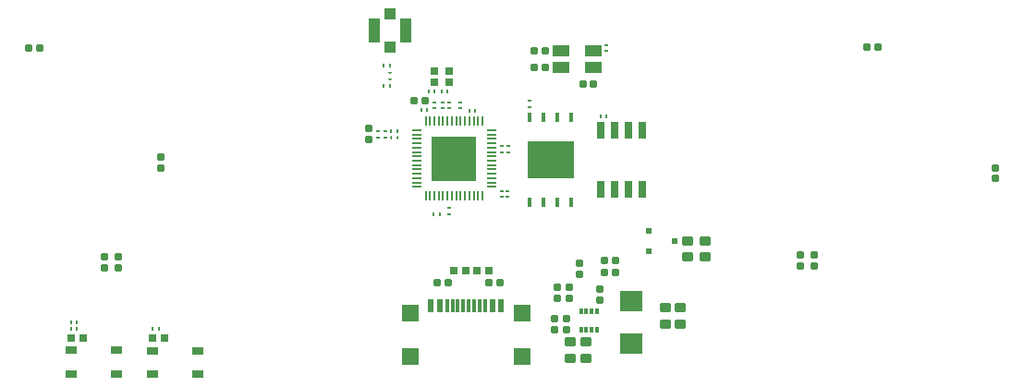
<source format=gbr>
%TF.GenerationSoftware,Altium Limited,Altium Designer,25.3.3 (18)*%
G04 Layer_Color=8421504*
%FSLAX45Y45*%
%MOMM*%
%TF.SameCoordinates,94F19C35-717A-4B45-A619-7893C40BEDFD*%
%TF.FilePolarity,Positive*%
%TF.FileFunction,Paste,Top*%
%TF.Part,Single*%
G01*
G75*
%TA.AperFunction,SMDPad,CuDef*%
%ADD11R,1.05000X2.20000*%
%ADD12R,1.00000X1.00000*%
G04:AMPARAMS|DCode=13|XSize=0.6mm|YSize=0.7mm|CornerRadius=0.075mm|HoleSize=0mm|Usage=FLASHONLY|Rotation=270.000|XOffset=0mm|YOffset=0mm|HoleType=Round|Shape=RoundedRectangle|*
%AMROUNDEDRECTD13*
21,1,0.60000,0.55000,0,0,270.0*
21,1,0.45000,0.70000,0,0,270.0*
1,1,0.15000,-0.27500,-0.22500*
1,1,0.15000,-0.27500,0.22500*
1,1,0.15000,0.27500,0.22500*
1,1,0.15000,0.27500,-0.22500*
%
%ADD13ROUNDEDRECTD13*%
%ADD14R,0.45000X0.95000*%
%ADD15R,4.35000X3.45000*%
%ADD16R,0.65000X1.50000*%
%ADD17R,1.50000X1.10000*%
%TA.AperFunction,TestPad*%
G04:AMPARAMS|DCode=18|XSize=0.75mm|YSize=0.7mm|CornerRadius=0.035mm|HoleSize=0mm|Usage=FLASHONLY|Rotation=180.000|XOffset=0mm|YOffset=0mm|HoleType=Round|Shape=RoundedRectangle|*
%AMROUNDEDRECTD18*
21,1,0.75000,0.63000,0,0,180.0*
21,1,0.68000,0.70000,0,0,180.0*
1,1,0.07000,-0.34000,0.31500*
1,1,0.07000,0.34000,0.31500*
1,1,0.07000,0.34000,-0.31500*
1,1,0.07000,-0.34000,-0.31500*
%
%ADD18ROUNDEDRECTD18*%
%TA.AperFunction,SMDPad,CuDef*%
%ADD19R,0.85000X0.20000*%
%ADD20R,0.20000X0.85000*%
%ADD21R,4.05000X4.05000*%
G04:AMPARAMS|DCode=22|XSize=0.25mm|YSize=0.35mm|CornerRadius=0.03125mm|HoleSize=0mm|Usage=FLASHONLY|Rotation=90.000|XOffset=0mm|YOffset=0mm|HoleType=Round|Shape=RoundedRectangle|*
%AMROUNDEDRECTD22*
21,1,0.25000,0.28750,0,0,90.0*
21,1,0.18750,0.35000,0,0,90.0*
1,1,0.06250,0.14375,0.09375*
1,1,0.06250,0.14375,-0.09375*
1,1,0.06250,-0.14375,-0.09375*
1,1,0.06250,-0.14375,0.09375*
%
%ADD22ROUNDEDRECTD22*%
G04:AMPARAMS|DCode=23|XSize=0.25mm|YSize=0.35mm|CornerRadius=0.03125mm|HoleSize=0mm|Usage=FLASHONLY|Rotation=180.000|XOffset=0mm|YOffset=0mm|HoleType=Round|Shape=RoundedRectangle|*
%AMROUNDEDRECTD23*
21,1,0.25000,0.28750,0,0,180.0*
21,1,0.18750,0.35000,0,0,180.0*
1,1,0.06250,-0.09375,0.14375*
1,1,0.06250,0.09375,0.14375*
1,1,0.06250,0.09375,-0.14375*
1,1,0.06250,-0.09375,-0.14375*
%
%ADD23ROUNDEDRECTD23*%
G04:AMPARAMS|DCode=24|XSize=0.35mm|YSize=0.25mm|CornerRadius=0.0625mm|HoleSize=0mm|Usage=FLASHONLY|Rotation=90.000|XOffset=0mm|YOffset=0mm|HoleType=Round|Shape=RoundedRectangle|*
%AMROUNDEDRECTD24*
21,1,0.35000,0.12500,0,0,90.0*
21,1,0.22500,0.25000,0,0,90.0*
1,1,0.12500,0.06250,0.11250*
1,1,0.12500,0.06250,-0.11250*
1,1,0.12500,-0.06250,-0.11250*
1,1,0.12500,-0.06250,0.11250*
%
%ADD24ROUNDEDRECTD24*%
G04:AMPARAMS|DCode=25|XSize=0.6mm|YSize=0.7mm|CornerRadius=0.075mm|HoleSize=0mm|Usage=FLASHONLY|Rotation=180.000|XOffset=0mm|YOffset=0mm|HoleType=Round|Shape=RoundedRectangle|*
%AMROUNDEDRECTD25*
21,1,0.60000,0.55000,0,0,180.0*
21,1,0.45000,0.70000,0,0,180.0*
1,1,0.15000,-0.22500,0.27500*
1,1,0.15000,0.22500,0.27500*
1,1,0.15000,0.22500,-0.27500*
1,1,0.15000,-0.22500,-0.27500*
%
%ADD25ROUNDEDRECTD25*%
G04:AMPARAMS|DCode=26|XSize=0.35mm|YSize=0.25mm|CornerRadius=0.0625mm|HoleSize=0mm|Usage=FLASHONLY|Rotation=180.000|XOffset=0mm|YOffset=0mm|HoleType=Round|Shape=RoundedRectangle|*
%AMROUNDEDRECTD26*
21,1,0.35000,0.12500,0,0,180.0*
21,1,0.22500,0.25000,0,0,180.0*
1,1,0.12500,-0.11250,0.06250*
1,1,0.12500,0.11250,0.06250*
1,1,0.12500,0.11250,-0.06250*
1,1,0.12500,-0.11250,-0.06250*
%
%ADD26ROUNDEDRECTD26*%
%TA.AperFunction,ConnectorPad*%
%ADD27R,0.60000X1.15000*%
%ADD28R,0.30000X1.15000*%
%TA.AperFunction,SMDPad,CuDef*%
%ADD29R,1.50000X1.50000*%
%ADD30R,0.65000X0.65000*%
%ADD31R,0.57500X0.62000*%
G04:AMPARAMS|DCode=32|XSize=0.8mm|YSize=1mm|CornerRadius=0.1mm|HoleSize=0mm|Usage=FLASHONLY|Rotation=90.000|XOffset=0mm|YOffset=0mm|HoleType=Round|Shape=RoundedRectangle|*
%AMROUNDEDRECTD32*
21,1,0.80000,0.80000,0,0,90.0*
21,1,0.60000,1.00000,0,0,90.0*
1,1,0.20000,0.40000,0.30000*
1,1,0.20000,0.40000,-0.30000*
1,1,0.20000,-0.40000,-0.30000*
1,1,0.20000,-0.40000,0.30000*
%
%ADD32ROUNDEDRECTD32*%
%ADD33R,1.05000X0.65000*%
%ADD34R,0.30000X0.47500*%
%ADD35R,2.10000X1.90000*%
D11*
X5837500Y10055000D02*
D03*
X5542499D02*
D03*
D12*
X5690000Y10205000D02*
D03*
Y9905000D02*
D03*
D13*
X11235000Y8797499D02*
D03*
Y8697499D02*
D03*
X5497000Y9154500D02*
D03*
Y9054500D02*
D03*
X9450000Y8000000D02*
D03*
Y7900000D02*
D03*
X9580000Y7900000D02*
D03*
Y8000000D02*
D03*
X3197500Y7977500D02*
D03*
Y7877500D02*
D03*
X3070000Y7877500D02*
D03*
Y7977500D02*
D03*
X3590000Y8897500D02*
D03*
Y8797500D02*
D03*
X7304500Y7417000D02*
D03*
Y7317000D02*
D03*
X7609500Y7584499D02*
D03*
Y7684499D02*
D03*
X7227000Y7699500D02*
D03*
Y7599500D02*
D03*
X7337000Y7599499D02*
D03*
Y7699499D02*
D03*
X7424500Y7819499D02*
D03*
Y7919499D02*
D03*
X7194500Y7417000D02*
D03*
Y7317000D02*
D03*
D14*
X6969000Y8479499D02*
D03*
X7096000D02*
D03*
X7223000D02*
D03*
X7350000D02*
D03*
Y9259499D02*
D03*
X7223000D02*
D03*
X7096000D02*
D03*
X6969000D02*
D03*
D15*
X7159500Y8869499D02*
D03*
D16*
X7619000Y9139500D02*
D03*
X7746000D02*
D03*
X7873000D02*
D03*
X8000000D02*
D03*
Y8599500D02*
D03*
X7873000D02*
D03*
X7746000D02*
D03*
X7619000D02*
D03*
D17*
X7556999Y9719500D02*
D03*
X7256999D02*
D03*
Y9869500D02*
D03*
X7556999D02*
D03*
D18*
X6097000Y9582000D02*
D03*
X6232000D02*
D03*
X6097000Y9682000D02*
D03*
X6232000D02*
D03*
D19*
X5932000Y9142000D02*
D03*
Y9102000D02*
D03*
Y9062000D02*
D03*
Y9022000D02*
D03*
Y8982000D02*
D03*
Y8942000D02*
D03*
Y8902000D02*
D03*
Y8862000D02*
D03*
Y8822000D02*
D03*
Y8782000D02*
D03*
Y8742000D02*
D03*
Y8702000D02*
D03*
Y8662000D02*
D03*
Y8622000D02*
D03*
X6622000D02*
D03*
Y8662000D02*
D03*
Y8702000D02*
D03*
Y8742000D02*
D03*
Y8782000D02*
D03*
Y8822000D02*
D03*
Y8862000D02*
D03*
Y8902000D02*
D03*
Y8942000D02*
D03*
Y8982000D02*
D03*
Y9022000D02*
D03*
Y9062000D02*
D03*
Y9102000D02*
D03*
Y9142000D02*
D03*
D20*
X6017000Y8537000D02*
D03*
X6057000D02*
D03*
X6097000D02*
D03*
X6137000D02*
D03*
X6177000D02*
D03*
X6217000D02*
D03*
X6257000D02*
D03*
X6297000D02*
D03*
X6337000D02*
D03*
X6377000D02*
D03*
X6417000D02*
D03*
X6457000D02*
D03*
X6497000D02*
D03*
X6537000D02*
D03*
Y9227000D02*
D03*
X6497000D02*
D03*
X6457000D02*
D03*
X6417000D02*
D03*
X6377000D02*
D03*
X6337000D02*
D03*
X6297000D02*
D03*
X6257000D02*
D03*
X6217000D02*
D03*
X6177000D02*
D03*
X6137000D02*
D03*
X6097000D02*
D03*
X6057000D02*
D03*
X6017000D02*
D03*
D21*
X6277000Y8882000D02*
D03*
D22*
X6714499Y8584500D02*
D03*
Y8529500D02*
D03*
X6774499Y8997000D02*
D03*
Y8942000D02*
D03*
X6769499Y8584500D02*
D03*
Y8529500D02*
D03*
X6716999Y8942000D02*
D03*
Y8997000D02*
D03*
X6234499Y8429500D02*
D03*
Y8374500D02*
D03*
X5644500Y9074501D02*
D03*
Y9129501D02*
D03*
X5582000Y9074501D02*
D03*
Y9129501D02*
D03*
X6969500Y9357000D02*
D03*
Y9412000D02*
D03*
X7671999Y9869500D02*
D03*
Y9924501D02*
D03*
X6337000Y9397000D02*
D03*
Y9342000D02*
D03*
X6234499Y9342000D02*
D03*
Y9397001D02*
D03*
X6176999Y9342000D02*
D03*
Y9397001D02*
D03*
X6097000Y9397000D02*
D03*
Y9342000D02*
D03*
D23*
X6147000Y8368000D02*
D03*
X6092000D02*
D03*
X5757000Y9132000D02*
D03*
X5702000D02*
D03*
X7674500Y9264500D02*
D03*
X7619500D02*
D03*
X6416999Y9319500D02*
D03*
X6472000D02*
D03*
X6032000Y9329500D02*
D03*
X5977000D02*
D03*
X5689500Y9547001D02*
D03*
X5634500D02*
D03*
X5689501Y9732001D02*
D03*
X5634501D02*
D03*
X6164500Y9497000D02*
D03*
X6219500D02*
D03*
X6097000Y9497001D02*
D03*
X6042000D02*
D03*
X3570000Y7320000D02*
D03*
X3515000D02*
D03*
X2822500Y7380000D02*
D03*
X2767499D02*
D03*
X2822500Y7324999D02*
D03*
X2767499D02*
D03*
D24*
X5756999Y9074499D02*
D03*
X5697000D02*
D03*
D25*
X7556999Y9562000D02*
D03*
X7456999D02*
D03*
X7114499Y9719500D02*
D03*
X7014499D02*
D03*
X7111999Y9869500D02*
D03*
X7011999D02*
D03*
X5914499Y9412000D02*
D03*
X6014500D02*
D03*
X7755000Y7837500D02*
D03*
X7655000D02*
D03*
X7754500Y7949500D02*
D03*
X7654500D02*
D03*
X10060000Y9907500D02*
D03*
X10160000D02*
D03*
X2382500Y9897500D02*
D03*
X2482500D02*
D03*
X6222002Y7744500D02*
D03*
X6122001D02*
D03*
X6594500Y7744500D02*
D03*
X6694500D02*
D03*
D26*
X5689499Y9609501D02*
D03*
Y9669501D02*
D03*
D27*
X6067000Y7536000D02*
D03*
X6147000D02*
D03*
X6627000D02*
D03*
X6707000D02*
D03*
D28*
X6262000D02*
D03*
X6362000D02*
D03*
X6412000D02*
D03*
X6512000D02*
D03*
X6562000D02*
D03*
X6462000D02*
D03*
X6312000D02*
D03*
X6212000D02*
D03*
D29*
X5875000Y7462000D02*
D03*
X6899000D02*
D03*
Y7065000D02*
D03*
X5875000D02*
D03*
D30*
X3624999Y7234999D02*
D03*
X3514999D02*
D03*
X2877499Y7239999D02*
D03*
X2767499D02*
D03*
X6274501Y7852000D02*
D03*
X6384501D02*
D03*
X6599500Y7852000D02*
D03*
X6489500D02*
D03*
D31*
X8061200Y8222500D02*
D03*
Y8032500D02*
D03*
X8298800Y8127500D02*
D03*
D32*
X8577500D02*
D03*
Y7977500D02*
D03*
X8420001D02*
D03*
Y8127500D02*
D03*
X8349500Y7364499D02*
D03*
Y7514499D02*
D03*
X8209500Y7364499D02*
D03*
Y7514499D02*
D03*
X7489501Y7049500D02*
D03*
Y7199500D02*
D03*
X7339500Y7049499D02*
D03*
Y7199499D02*
D03*
D33*
X3182499Y6910001D02*
D03*
X2767499D02*
D03*
X3182499Y7125001D02*
D03*
X2767499D02*
D03*
X3930000Y6905001D02*
D03*
X3515000D02*
D03*
X3930000Y7120000D02*
D03*
X3515000D02*
D03*
D34*
X7439500Y7315700D02*
D03*
X7489500D02*
D03*
X7539500D02*
D03*
X7589500D02*
D03*
Y7483299D02*
D03*
X7539500D02*
D03*
X7489500D02*
D03*
X7439500D02*
D03*
D35*
X7897000Y7187000D02*
D03*
Y7577000D02*
D03*
%TF.MD5,31b4660f4604b6a3e0e42b67e90d9daa*%
M02*

</source>
